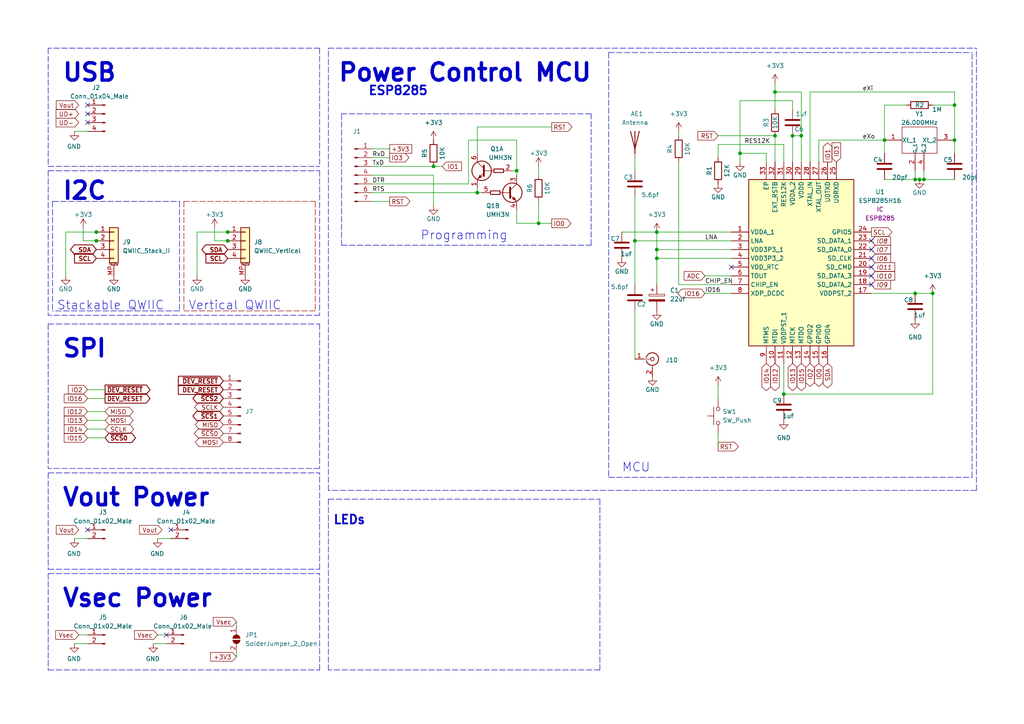
<source format=kicad_sch>
(kicad_sch (version 20211123) (generator eeschema)
  (paper "A4")
  (title_block (title "Controller-8285") (rev "0.2.3") (company "The Nerd Mage") (comment 2 "Massively a WIP!") (comment 4 "NEEDS MUCH CLEANUP TO MATCH OTHERS"))
  (lib_symbols
    (symbol "0-TINKER Customs:ABM8-26.000MHz-20-D1X-T" (pin_names (offset 0.002))
      (property "Reference" "Y2" (at 0 8.255 0))
      (property "Value" "ABM8-26.000MHz-20-D1X-T" (at 0 6.35 0))
      (symbol "ABM8-26.000MHz-20-D1X-T_0_0"
        (pin passive line (at -10.16 0 0) (length 5.08) (name "Xt_1") (number "1"))
        (pin passive line (at -1.27 -8.89 90) (length 5.08) (name "G_1") (number "2"))
        (pin passive line (at 10.16 0 180) (length 5.08) (name "Xt_2") (number "3"))
        (pin passive line (at 1.27 -8.89 90) (length 5.08) (name "G_2") (number "4"))
      )
      (symbol "ABM8-26.000MHz-20-D1X-T_0_1"
        (polyline (pts (xy -5.08 3.81) (xy 5.08 3.81) (xy 5.08 -3.81) (xy -5.08 -3.81) (xy -5.08 3.81)) (stroke (width 0.1524)))
      )
    )
    (symbol "Connector:Conn_01x02_Male" (pin_names (offset 1.016) hide)
      (property "Reference" "J" (at 0 2.54 0))
      (property "Value" "Conn_01x02_Male" (at 0 -5.08 0))
      (symbol "Conn_01x02_Male_1_1"
        (polyline (pts (xy 1.27 -2.54) (xy 0.8636 -2.54)) (stroke (width 0.1524)))
        (polyline (pts (xy 1.27 0) (xy 0.8636 0)) (stroke (width 0.1524)))
        (rectangle (start 0.8636 -2.413) (end 0 -2.667) (stroke (width 0.1524)) (fill (type outline)))
        (rectangle (start 0.8636 0.127) (end 0 -0.127) (stroke (width 0.1524)) (fill (type outline)))
        (pin passive line (at 5.08 0 180) (length 3.81) (name "Pin_1") (number "1"))
        (pin passive line (at 5.08 -2.54 180) (length 3.81) (name "Pin_2") (number "2"))
      )
    )
    (symbol "Connector:Conn_01x04_Male" (pin_names (offset 1.016) hide)
      (property "Reference" "J" (at 0 5.08 0))
      (property "Value" "Conn_01x04_Male" (at 0 -7.62 0))
      (symbol "Conn_01x04_Male_1_1"
        (polyline (pts (xy 1.27 -5.08) (xy 0.8636 -5.08)) (stroke (width 0.1524)))
        (polyline (pts (xy 1.27 -2.54) (xy 0.8636 -2.54)) (stroke (width 0.1524)))
        (polyline (pts (xy 1.27 0) (xy 0.8636 0)) (stroke (width 0.1524)))
        (polyline (pts (xy 1.27 2.54) (xy 0.8636 2.54)) (stroke (width 0.1524)))
        (rectangle (start 0.8636 -4.953) (end 0 -5.207) (stroke (width 0.1524)) (fill (type outline)))
        (rectangle (start 0.8636 -2.413) (end 0 -2.667) (stroke (width 0.1524)) (fill (type outline)))
        (rectangle (start 0.8636 0.127) (end 0 -0.127) (stroke (width 0.1524)) (fill (type outline)))
        (rectangle (start 0.8636 2.667) (end 0 2.413) (stroke (width 0.1524)) (fill (type outline)))
        (pin passive line (at 5.08 2.54 180) (length 3.81) (name "Pin_1") (number "1"))
        (pin passive line (at 5.08 0 180) (length 3.81) (name "Pin_2") (number "2"))
        (pin passive line (at 5.08 -2.54 180) (length 3.81) (name "Pin_3") (number "3"))
        (pin passive line (at 5.08 -5.08 180) (length 3.81) (name "Pin_4") (number "4"))
      )
    )
    (symbol "Connector:Conn_01x07_Male" (pin_names (offset 1.016) hide)
      (property "Reference" "J" (at 0 10.16 0))
      (property "Value" "Conn_01x07_Male" (at 0 -10.16 0))
      (symbol "Conn_01x07_Male_1_1"
        (polyline (pts (xy 1.27 -7.62) (xy 0.8636 -7.62)) (stroke (width 0.1524)))
        (polyline (pts (xy 1.27 -5.08) (xy 0.8636 -5.08)) (stroke (width 0.1524)))
        (polyline (pts (xy 1.27 -2.54) (xy 0.8636 -2.54)) (stroke (width 0.1524)))
        (polyline (pts (xy 1.27 0) (xy 0.8636 0)) (stroke (width 0.1524)))
        (polyline (pts (xy 1.27 2.54) (xy 0.8636 2.54)) (stroke (width 0.1524)))
        (polyline (pts (xy 1.27 5.08) (xy 0.8636 5.08)) (stroke (width 0.1524)))
        (polyline (pts (xy 1.27 7.62) (xy 0.8636 7.62)) (stroke (width 0.1524)))
        (rectangle (start 0.8636 -7.493) (end 0 -7.747) (stroke (width 0.1524)) (fill (type outline)))
        (rectangle (start 0.8636 -4.953) (end 0 -5.207) (stroke (width 0.1524)) (fill (type outline)))
        (rectangle (start 0.8636 -2.413) (end 0 -2.667) (stroke (width 0.1524)) (fill (type outline)))
        (rectangle (start 0.8636 0.127) (end 0 -0.127) (stroke (width 0.1524)) (fill (type outline)))
        (rectangle (start 0.8636 2.667) (end 0 2.413) (stroke (width 0.1524)) (fill (type outline)))
        (rectangle (start 0.8636 5.207) (end 0 4.953) (stroke (width 0.1524)) (fill (type outline)))
        (rectangle (start 0.8636 7.747) (end 0 7.493) (stroke (width 0.1524)) (fill (type outline)))
        (pin passive line (at 5.08 7.62 180) (length 3.81) (name "Pin_1") (number "1"))
        (pin passive line (at 5.08 5.08 180) (length 3.81) (name "Pin_2") (number "2"))
        (pin passive line (at 5.08 2.54 180) (length 3.81) (name "Pin_3") (number "3"))
        (pin passive line (at 5.08 0 180) (length 3.81) (name "Pin_4") (number "4"))
        (pin passive line (at 5.08 -2.54 180) (length 3.81) (name "Pin_5") (number "5"))
        (pin passive line (at 5.08 -5.08 180) (length 3.81) (name "Pin_6") (number "6"))
        (pin passive line (at 5.08 -7.62 180) (length 3.81) (name "Pin_7") (number "7"))
      )
    )
    (symbol "Connector:Conn_01x08_Male" (pin_names (offset 1.016) hide)
      (property "Reference" "J" (at 0 10.16 0))
      (property "Value" "Conn_01x08_Male" (at 0 -12.7 0))
      (symbol "Conn_01x08_Male_1_1"
        (polyline (pts (xy 1.27 -10.16) (xy 0.8636 -10.16)) (stroke (width 0.1524)))
        (polyline (pts (xy 1.27 -7.62) (xy 0.8636 -7.62)) (stroke (width 0.1524)))
        (polyline (pts (xy 1.27 -5.08) (xy 0.8636 -5.08)) (stroke (width 0.1524)))
        (polyline (pts (xy 1.27 -2.54) (xy 0.8636 -2.54)) (stroke (width 0.1524)))
        (polyline (pts (xy 1.27 0) (xy 0.8636 0)) (stroke (width 0.1524)))
        (polyline (pts (xy 1.27 2.54) (xy 0.8636 2.54)) (stroke (width 0.1524)))
        (polyline (pts (xy 1.27 5.08) (xy 0.8636 5.08)) (stroke (width 0.1524)))
        (polyline (pts (xy 1.27 7.62) (xy 0.8636 7.62)) (stroke (width 0.1524)))
        (rectangle (start 0.8636 -10.033) (end 0 -10.287) (stroke (width 0.1524)) (fill (type outline)))
        (rectangle (start 0.8636 -7.493) (end 0 -7.747) (stroke (width 0.1524)) (fill (type outline)))
        (rectangle (start 0.8636 -4.953) (end 0 -5.207) (stroke (width 0.1524)) (fill (type outline)))
        (rectangle (start 0.8636 -2.413) (end 0 -2.667) (stroke (width 0.1524)) (fill (type outline)))
        (rectangle (start 0.8636 0.127) (end 0 -0.127) (stroke (width 0.1524)) (fill (type outline)))
        (rectangle (start 0.8636 2.667) (end 0 2.413) (stroke (width 0.1524)) (fill (type outline)))
        (rectangle (start 0.8636 5.207) (end 0 4.953) (stroke (width 0.1524)) (fill (type outline)))
        (rectangle (start 0.8636 7.747) (end 0 7.493) (stroke (width 0.1524)) (fill (type outline)))
        (pin passive line (at 5.08 7.62 180) (length 3.81) (name "Pin_1") (number "1"))
        (pin passive line (at 5.08 5.08 180) (length 3.81) (name "Pin_2") (number "2"))
        (pin passive line (at 5.08 2.54 180) (length 3.81) (name "Pin_3") (number "3"))
        (pin passive line (at 5.08 0 180) (length 3.81) (name "Pin_4") (number "4"))
        (pin passive line (at 5.08 -2.54 180) (length 3.81) (name "Pin_5") (number "5"))
        (pin passive line (at 5.08 -5.08 180) (length 3.81) (name "Pin_6") (number "6"))
        (pin passive line (at 5.08 -7.62 180) (length 3.81) (name "Pin_7") (number "7"))
        (pin passive line (at 5.08 -10.16 180) (length 3.81) (name "Pin_8") (number "8"))
      )
    )
    (symbol "Connector:Conn_Coaxial" (pin_names (offset 1.016) hide)
      (property "Reference" "J" (at 0.254 3.048 0))
      (property "Value" "Conn_Coaxial" (at 2.921 0 90))
      (symbol "Conn_Coaxial_0_1"
        (arc (start -1.778 -0.508) (mid 0.222 -1.808) (end 1.778 0) (stroke (width 0.254)))
        (polyline (pts (xy -2.54 0) (xy -0.508 0)))
        (polyline (pts (xy 0 -2.54) (xy 0 -1.778)))
        (circle (center 0 0) (radius 0.508) (stroke (width 0.2032)))
        (arc (start 1.778 0) (mid 0.2221 1.8083) (end -1.778 0.508) (stroke (width 0.254)))
      )
      (symbol "Conn_Coaxial_1_1"
        (pin passive line (at -5.08 0 0) (length 2.54) (name "In") (number "1"))
        (pin passive line (at 0 -5.08 90) (length 2.54) (name "Ext") (number "2"))
      )
    )
    (symbol "Connector_Generic_MountingPin:Conn_01x04_MountingPin" (pin_names (offset 1.016) hide)
      (property "Reference" "J" (at 0 5.08 0))
      (property "Value" "Conn_01x04_MountingPin" (at 1.27 -7.62 0))
      (symbol "Conn_01x04_MountingPin_1_1"
        (rectangle (start -1.27 -4.953) (end 0 -5.207) (stroke (width 0.1524)))
        (rectangle (start -1.27 -2.413) (end 0 -2.667) (stroke (width 0.1524)))
        (rectangle (start -1.27 0.127) (end 0 -0.127) (stroke (width 0.1524)))
        (rectangle (start -1.27 2.667) (end 0 2.413) (stroke (width 0.1524)))
        (rectangle (start -1.27 3.81) (end 1.27 -6.35) (stroke (width 0.254)) (fill (type background)))
        (polyline (pts (xy -1.016 -7.112) (xy 1.016 -7.112)) (stroke (width 0.1524)))
        (text "Mounting" (at 0 -6.731 0) (effects (font (size 0.381 0.381))))
        (pin passive line (at -5.08 2.54 0) (length 3.81) (name "Pin_1") (number "1"))
        (pin passive line (at -5.08 0 0) (length 3.81) (name "Pin_2") (number "2"))
        (pin passive line (at -5.08 -2.54 0) (length 3.81) (name "Pin_3") (number "3"))
        (pin passive line (at -5.08 -5.08 0) (length 3.81) (name "Pin_4") (number "4"))
        (pin passive line (at 0 -10.16 90) (length 3.048) (name "MountPin") (number "MP"))
      )
    )
    (symbol "Connector_QWIIC_Stackable:QWIIC_Stackable" (pin_names (offset 1.016) hide)
      (property "Reference" "J" (at 0 5.08 0))
      (property "Value" "QWIIC_Stackable" (at 1.27 -7.62 0))
      (symbol "QWIIC_Stackable_1_1"
        (rectangle (start -1.27 -4.953) (end 0 -5.207) (stroke (width 0.1524)))
        (rectangle (start -1.27 -2.413) (end 0 -2.667) (stroke (width 0.1524)))
        (rectangle (start -1.27 0.127) (end 0 -0.127) (stroke (width 0.1524)))
        (rectangle (start -1.27 2.667) (end 0 2.413) (stroke (width 0.1524)))
        (rectangle (start -1.27 3.81) (end 1.27 -6.35) (stroke (width 0.254)) (fill (type background)))
        (polyline (pts (xy -1.016 -7.112) (xy 1.016 -7.112)) (stroke (width 0.1524)))
        (text "Mounting" (at 0 -6.731 0) (effects (font (size 0.381 0.381))))
        (pin passive line (at -5.08 2.54 0) (length 3.81) (name "Pin_1") (number "1"))
        (pin passive line (at -5.08 0 0) (length 3.81) (name "Pin_2") (number "2"))
        (pin passive line (at -5.08 -2.54 0) (length 3.81) (name "Pin_3") (number "3"))
        (pin passive line (at -5.08 -5.08 0) (length 3.81) (name "Pin_4") (number "4"))
        (pin passive line (at 0 -10.16 90) (length 3.048) (name "MountPin") (number "MP"))
      )
    )
    (symbol "Device:C" (pin_numbers hide) (pin_names (offset 0.254))
      (property "Reference" "C" (at 0.635 2.54 0))
      (property "Value" "C" (at 0.635 -2.54 0))
      (symbol "C_0_1"
        (polyline (pts (xy -2.032 -0.762) (xy 2.032 -0.762)) (stroke (width 0.508)))
        (polyline (pts (xy -2.032 0.762) (xy 2.032 0.762)) (stroke (width 0.508)))
      )
      (symbol "C_1_1"
        (pin passive line (at 0 3.81 270) (length 2.794) (name "~") (number "1"))
        (pin passive line (at 0 -3.81 90) (length 2.794) (name "~") (number "2"))
      )
    )
    (symbol "Device:C_Polarized" (pin_numbers hide) (pin_names (offset 0.254))
      (property "Reference" "C" (at 0.635 2.54 0))
      (property "Value" "C_Polarized" (at 0.635 -2.54 0))
      (symbol "C_Polarized_0_1"
        (rectangle (start -2.286 0.508) (end 2.286 1.016))
        (polyline (pts (xy -1.778 2.286) (xy -0.762 2.286)))
        (polyline (pts (xy -1.27 2.794) (xy -1.27 1.778)))
        (rectangle (start 2.286 -0.508) (end -2.286 -1.016) (fill (type outline)))
      )
      (symbol "C_Polarized_1_1"
        (pin passive line (at 0 3.81 270) (length 2.794) (name "~") (number "1"))
        (pin passive line (at 0 -3.81 90) (length 2.794) (name "~") (number "2"))
      )
    )
    (symbol "Device:R" (pin_numbers hide) (pin_names (offset 0))
      (property "Reference" "R" (at 2.032 0 90))
      (property "Value" "R" (at 0 0 90))
      (symbol "R_0_1"
        (rectangle (start -1.016 -2.54) (end 1.016 2.54) (stroke (width 0.254)))
      )
      (symbol "R_1_1"
        (pin passive line (at 0 3.81 270) (length 1.27) (name "~") (number "1"))
        (pin passive line (at 0 -3.81 90) (length 1.27) (name "~") (number "2"))
      )
    )
    (symbol "ESP8285:ESP8285"
      (property "Value" "ESP8285" (at 0 0 0))
      (property "Reference_1" "IC" (at 36.83 20.32 0))
      (property "Value_1" "ESP8285" (at 36.83 17.78 0))
      (symbol "ESP8285_1_1"
        (rectangle (start 5.08 15.24) (end 35.56 -33.02) (stroke (width 0.254)) (fill (type background)))
        (pin passive line (at 0 0 0) (length 5.08) (name "VDDA_1") (number "1"))
        (pin passive line (at 12.7 -38.1 90) (length 5.08) (name "MTDI") (number "10"))
        (pin passive line (at 15.24 -38.1 90) (length 5.08) (name "VDDPST_1") (number "11"))
        (pin passive line (at 17.78 -38.1 90) (length 5.08) (name "MTCK") (number "12"))
        (pin passive line (at 20.32 -38.1 90) (length 5.08) (name "MTDO") (number "13"))
        (pin passive line (at 22.86 -38.1 90) (length 5.08) (name "GPIO2") (number "14"))
        (pin passive line (at 25.4 -38.1 90) (length 5.08) (name "GPIO0") (number "15"))
        (pin passive line (at 27.94 -38.1 90) (length 5.08) (name "GPIO4") (number "16"))
        (pin passive line (at 40.64 -17.78 180) (length 5.08) (name "VDDPST_2") (number "17"))
        (pin passive line (at 40.64 -15.24 180) (length 5.08) (name "SD_DATA_2") (number "18"))
        (pin passive line (at 40.64 -12.7 180) (length 5.08) (name "SD_DATA_3") (number "19"))
        (pin passive line (at 0 -2.54 0) (length 5.08) (name "LNA") (number "2"))
        (pin passive line (at 40.64 -10.16 180) (length 5.08) (name "SD_CMD") (number "20"))
        (pin passive line (at 40.64 -7.62 180) (length 5.08) (name "SD_CLK") (number "21"))
        (pin passive line (at 40.64 -5.08 180) (length 5.08) (name "SD_DATA_0") (number "22"))
        (pin passive line (at 40.64 -2.54 180) (length 5.08) (name "SD_DATA_1") (number "23"))
        (pin passive line (at 40.64 0 180) (length 5.08) (name "GPIO5") (number "24"))
        (pin passive line (at 30.48 20.32 270) (length 5.08) (name "U0RXD") (number "25"))
        (pin passive line (at 27.94 20.32 270) (length 5.08) (name "U0TXD") (number "26"))
        (pin passive line (at 25.4 20.32 270) (length 5.08) (name "XTAL_OUT") (number "27"))
        (pin passive line (at 22.86 20.32 270) (length 5.08) (name "XTAL_IN") (number "28"))
        (pin passive line (at 20.32 20.32 270) (length 5.08) (name "VDDD") (number "29"))
        (pin passive line (at 0 -5.08 0) (length 5.08) (name "VDD3P3_1") (number "3"))
        (pin passive line (at 17.78 20.32 270) (length 5.08) (name "VDDA_2") (number "30"))
        (pin passive line (at 15.24 20.32 270) (length 5.08) (name "RES12K") (number "31"))
        (pin passive line (at 12.7 20.32 270) (length 5.08) (name "EXT_RSTB") (number "32"))
        (pin passive line (at 10.16 20.32 270) (length 5.08) (name "EP") (number "33"))
        (pin passive line (at 0 -7.62 0) (length 5.08) (name "VDD3P3_2") (number "4"))
        (pin passive line (at 0 -10.16 0) (length 5.08) (name "VDD_RTC") (number "5"))
        (pin passive line (at 0 -12.7 0) (length 5.08) (name "TOUT") (number "6"))
        (pin passive line (at 0 -15.24 0) (length 5.08) (name "CHIP_EN") (number "7"))
        (pin passive line (at 0 -17.78 0) (length 5.08) (name "XDP_DCDC") (number "8"))
        (pin passive line (at 10.16 -38.1 90) (length 5.08) (name "MTMS") (number "9"))
      )
    )
    (symbol "Jumper:SolderJumper_2_Open" (pin_names (offset 0) hide)
      (property "Reference" "JP" (at 0 2.032 0))
      (property "Value" "SolderJumper_2_Open" (at 0 -2.54 0))
      (symbol "SolderJumper_2_Open_0_1"
        (arc (start -0.254 1.016) (mid -1.27 0) (end -0.254 -1.016))
        (arc (start -0.254 1.016) (mid -1.27 0) (end -0.254 -1.016) (fill (type outline)))
        (polyline (pts (xy -0.254 1.016) (xy -0.254 -1.016)))
        (polyline (pts (xy 0.254 1.016) (xy 0.254 -1.016)))
        (arc (start 0.254 -1.016) (mid 1.27 0) (end 0.254 1.016))
        (arc (start 0.254 -1.016) (mid 1.27 0) (end 0.254 1.016) (fill (type outline)))
      )
      (symbol "SolderJumper_2_Open_1_1"
        (pin passive line (at -3.81 0 0) (length 2.54) (name "A") (number "1"))
        (pin passive line (at 3.81 0 180) (length 2.54) (name "B") (number "2"))
      )
    )
    (symbol "Switch:SW_Push" (pin_numbers hide) (pin_names (offset 1.016) hide)
      (property "Reference" "SW" (at 1.27 2.54 0))
      (property "Value" "SW_Push" (at 0 -1.524 0))
      (symbol "SW_Push_0_1"
        (circle (center -2.032 0) (radius 0.508))
        (polyline (pts (xy 0 1.27) (xy 0 3.048)))
        (polyline (pts (xy 2.54 1.27) (xy -2.54 1.27)))
        (circle (center 2.032 0) (radius 0.508))
        (pin passive line (at -5.08 0 0) (length 2.54) (name "1") (number "1"))
        (pin passive line (at 5.08 0 180) (length 2.54) (name "2") (number "2"))
      )
    )
    (symbol "TINKER Customs:Antenna" (pin_numbers hide) (pin_names (offset 1.016) hide)
      (property "Reference" "AE1" (at 2.54 0.6351 0))
      (property "Value" "Antenna" (at 2.54 -1.9049 0))
      (symbol "Antenna_0_1"
        (polyline (pts (xy 0 2.54) (xy 0 -3.81)) (stroke (width 0.254)))
        (polyline (pts (xy 1.27 2.54) (xy 0 -2.54) (xy -1.27 2.54)) (stroke (width 0.254)))
      )
      (symbol "Antenna_1_1"
        (pin input line (at 0 -5.08 90) (length 2.54) (name "A") (number "1"))
      )
    )
    (symbol "Transistor_BJT:UMH3N" (pin_names hide)
      (property "Reference" "Q" (at 7.62 1.27 0))
      (property "Value" "UMH3N" (at 7.62 -1.27 0))
      (symbol "UMH3N_0_1"
        (polyline (pts (xy 3.175 0) (xy 0.254 0)))
        (polyline (pts (xy 3.175 0.635) (xy 5.08 2.54)))
        (polyline (pts (xy 3.175 1.524) (xy 3.175 -1.524)) (stroke (width 0.508)))
        (polyline (pts (xy 3.175 -0.635) (xy 5.08 -2.54) (xy 5.08 -2.54)))
        (polyline (pts (xy 3.81 -1.778) (xy 4.318 -1.27) (xy 4.826 -2.286) (xy 3.81 -1.778) (xy 3.81 -1.778)) (fill (type outline)))
        (rectangle (start 0.254 0.508) (end -2.54 -0.508) (stroke (width 0.254)))
        (circle (center 3.81 0) (radius 2.8194) (stroke (width 0.254)))
      )
      (symbol "UMH3N_1_1"
        (pin passive line (at 5.08 -5.08 90) (length 2.54) (name "E1") (number "1"))
        (pin input line (at -5.08 0 0) (length 2.54) (name "B1") (number "2"))
        (pin passive line (at 5.08 5.08 270) (length 2.54) (name "C1") (number "6"))
      )
      (symbol "UMH3N_2_1"
        (pin passive line (at 5.08 5.08 270) (length 2.54) (name "C2") (number "3"))
        (pin passive line (at 5.08 -5.08 90) (length 2.54) (name "E2") (number "4"))
        (pin input line (at -5.08 0 0) (length 2.54) (name "B2") (number "5"))
      )
    )
    (symbol "power:+3.3V" (power) (pin_names (offset 0))
      (property "Value" "+3.3V" (at 0 3.556 0))
      (symbol "+3.3V_0_1"
        (polyline (pts (xy -0.762 1.27) (xy 0 2.54)))
        (polyline (pts (xy 0 0) (xy 0 2.54)))
        (polyline (pts (xy 0 2.54) (xy 0.762 1.27)))
      )
      (symbol "+3.3V_1_1"
        (pin power_in line (at 0 0 90) (length 0) hide (name "+3V3") (number "1"))
      )
    )
    (symbol "power:GND" (power) (pin_names (offset 0))
      (property "Value" "GND" (at 0 -3.81 0))
      (symbol "GND_0_1"
        (polyline (pts (xy 0 0) (xy 0 -1.27) (xy 1.27 -1.27) (xy 0 -2.54) (xy -1.27 -1.27) (xy 0 -1.27)))
      )
      (symbol "GND_1_1"
        (pin power_in line (at 0 0 270) (length 0) hide (name "GND") (number "1"))
      )
    )
  )
  (junction (at 27.94 69.85))
  (junction (at 190.5 67.31))
  (junction (at 224.79 26.67))
  (junction (at 256.54 40.64))
  (junction (at 224.79 39.37))
  (junction (at 227.33 114.3))
  (junction (at 138.43 55.88))
  (junction (at 149.86 49.53))
  (junction (at 276.86 30.48))
  (junction (at 184.15 69.85))
  (junction (at 66.04 67.31))
  (junction (at 265.43 52.07))
  (junction (at 190.5 72.39))
  (junction (at 229.87 39.37))
  (junction (at 214.63 44.45))
  (junction (at 232.41 39.37))
  (junction (at 266.7 52.07))
  (junction (at 276.86 40.64))
  (junction (at 190.5 74.93))
  (junction (at 27.94 67.31))
  (junction (at 267.97 52.07))
  (junction (at 125.73 48.26))
  (junction (at 66.04 69.85))
  (junction (at 270.51 85.09))
  (junction (at 265.43 85.09))
  (junction (at 156.21 64.77))
  (no_connect (at 252.73 74.93))
  (no_connect (at 252.73 80.01))
  (no_connect (at 25.4 30.48))
  (no_connect (at 252.73 82.55))
  (no_connect (at 252.73 72.39))
  (no_connect (at 48.26 184.15))
  (no_connect (at 25.4 33.02))
  (no_connect (at 252.73 77.47))
  (no_connect (at 49.53 153.67))
  (no_connect (at 25.4 35.56))
  (no_connect (at 212.09 77.47))
  (no_connect (at 25.4 153.67))
  (no_connect (at 252.73 69.85))
  (wire (pts (xy 66.04 69.85) (xy 65.9851 69.8684)))
  (wire (pts (xy 256.54 30.48) (xy 256.54 40.64)))
  (wire (pts (xy 107.95 53.34) (xy 135.89 53.34)))
  (wire (pts (xy 224.79 39.37) (xy 208.28 39.37)))
  (wire (pts (xy 107.95 48.26) (xy 125.73 48.26)))
  (wire (pts (xy 125.73 48.26) (xy 128.27 48.26)))
  (wire (pts (xy 196.85 38.1) (xy 196.85 39.37)))
  (polyline (pts (xy 15.24 58.42) (xy 15.24 90.17)))
  (wire (pts (xy 276.86 40.64) (xy 276.86 44.45)))
  (polyline (pts (xy 92.71 165.1) (xy 92.71 137.16)))
  (wire (pts (xy 27.94 69.85) (xy 24.13 69.85)))
  (wire (pts (xy 222.25 44.45) (xy 214.63 44.45)))
  (polyline (pts (xy 95.25 144.78) (xy 173.99 144.78)))
  (wire (pts (xy 149.86 64.77) (xy 149.86 60.96)))
  (polyline (pts (xy 176.53 138.43) (xy 281.94 138.43)))
  (wire (pts (xy 27.94 69.85) (xy 27.8851 69.8684)))
  (wire (pts (xy 266.7 52.07) (xy 267.97 52.07)))
  (wire (pts (xy 237.49 40.64) (xy 256.54 40.64)))
  (polyline (pts (xy 95.25 144.78) (xy 95.25 194.31)))
  (wire (pts (xy 276.86 30.48) (xy 276.86 40.64)))
  (wire (pts (xy 222.25 46.99) (xy 222.25 44.45)))
  (wire (pts (xy 208.28 125.73) (xy 208.28 129.54)))
  (wire (pts (xy 232.41 26.67) (xy 224.79 26.67)))
  (wire (pts (xy 148.59 49.53) (xy 149.86 49.53)))
  (wire (pts (xy 62.23 69.85) (xy 62.23 66.04)))
  (polyline (pts (xy 13.97 49.53) (xy 13.97 91.44)))
  (wire (pts (xy 138.43 55.88) (xy 139.7 55.88)))
  (wire (pts (xy 156.21 48.26) (xy 156.21 50.8)))
  (wire (pts (xy 184.15 57.15) (xy 184.15 69.85)))
  (wire (pts (xy 252.73 85.09) (xy 265.43 85.09)))
  (wire (pts (xy 107.95 58.42) (xy 113.03 58.42)))
  (wire (pts (xy 27.94 67.31) (xy 19.05 67.31)))
  (polyline (pts (xy 92.71 194.31) (xy 92.71 166.37)))
  (wire (pts (xy 270.51 114.3) (xy 270.51 85.09)))
  (wire (pts (xy 107.95 55.88) (xy 138.43 55.88)))
  (wire (pts (xy 190.5 72.39) (xy 212.09 72.39)))
  (wire (pts (xy 184.15 69.85) (xy 184.15 82.55)))
  (wire (pts (xy 25.4 119.38) (xy 30.48 119.38)))
  (polyline (pts (xy 92.71 91.44) (xy 13.97 91.44)))
  (polyline (pts (xy 13.97 13.97) (xy 13.97 48.26)))
  (polyline (pts (xy 173.99 194.31) (xy 95.25 194.31)))
  (polyline (pts (xy 52.07 90.17) (xy 15.24 90.17)))
  (polyline (pts (xy 13.97 137.16) (xy 92.71 137.16)))
  (wire (pts (xy 184.15 45.72) (xy 184.15 49.53)))
  (polyline (pts (xy 176.53 15.24) (xy 176.53 138.43)))
  (polyline (pts (xy 281.94 138.43) (xy 281.94 15.24)))
  (wire (pts (xy 190.5 72.39) (xy 190.5 74.93)))
  (polyline (pts (xy 53.34 58.42) (xy 53.34 90.17)) (stroke (width 0) (color 155 0 0 1)))
  (wire (pts (xy 138.43 54.61) (xy 138.43 55.88)))
  (wire (pts (xy 25.4 38.1) (xy 21.59 38.1)))
  (wire (pts (xy 24.13 69.85) (xy 24.13 66.04)))
  (wire (pts (xy 204.47 80.01) (xy 212.09 80.01)))
  (polyline (pts (xy 13.97 49.53) (xy 92.71 49.53)))
  (wire (pts (xy 196.85 82.55) (xy 196.85 46.99)))
  (polyline (pts (xy 92.71 135.89) (xy 13.97 135.89)))
  (polyline (pts (xy 171.45 33.02) (xy 99.06 33.02)))
  (wire (pts (xy 229.87 39.37) (xy 229.87 46.99)))
  (polyline (pts (xy 95.25 142.24) (xy 95.25 13.97)))
  (wire (pts (xy 135.89 53.34) (xy 135.89 40.64)))
  (wire (pts (xy 184.15 90.17) (xy 184.15 104.14)))
  (wire (pts (xy 107.95 43.18) (xy 113.03 43.18)))
  (wire (pts (xy 156.21 58.42) (xy 156.21 64.77)))
  (wire (pts (xy 25.4 115.57) (xy 30.48 115.57)))
  (wire (pts (xy 149.86 40.64) (xy 149.86 49.53)))
  (wire (pts (xy 256.54 40.64) (xy 256.54 44.45)))
  (wire (pts (xy 224.79 46.99) (xy 224.79 39.37)))
  (wire (pts (xy 190.5 67.31) (xy 212.09 67.31)))
  (polyline (pts (xy 95.25 13.97) (xy 283.21 13.97)))
  (wire (pts (xy 68.58 180.34) (xy 68.58 181.61)))
  (polyline (pts (xy 283.21 142.24) (xy 95.25 142.24)))
  (polyline (pts (xy 99.06 71.12) (xy 171.45 71.12)))
  (polyline (pts (xy 15.24 58.42) (xy 52.07 58.42)))
  (wire (pts (xy 232.41 46.99) (xy 232.41 39.37)))
  (wire (pts (xy 224.79 26.67) (xy 224.79 24.13)))
  (wire (pts (xy 25.4 156.21) (xy 21.59 156.21)))
  (wire (pts (xy 25.4 124.46) (xy 30.48 124.46)))
  (wire (pts (xy 276.86 26.67) (xy 234.95 26.67)))
  (wire (pts (xy 149.86 49.53) (xy 149.86 50.8)))
  (wire (pts (xy 265.43 52.07) (xy 266.7 52.07)))
  (wire (pts (xy 227.33 114.3) (xy 270.51 114.3)))
  (wire (pts (xy 227.33 105.41) (xy 227.33 114.3)))
  (polyline (pts (xy 53.34 58.42) (xy 91.44 58.42)) (stroke (width 0) (color 155 0 0 1)))
  (polyline (pts (xy 92.71 93.98) (xy 92.71 135.89)))
  (wire (pts (xy 107.95 50.8) (xy 125.73 50.8)))
  (polyline (pts (xy 13.97 48.26) (xy 92.71 48.26)))
  (wire (pts (xy 208.28 41.91) (xy 208.28 45.72)))
  (wire (pts (xy 149.86 64.77) (xy 156.21 64.77)))
  (wire (pts (xy 180.34 67.31) (xy 190.5 67.31)))
  (wire (pts (xy 232.41 39.37) (xy 232.41 26.67)))
  (wire (pts (xy 68.58 189.23) (xy 68.58 190.5)))
  (wire (pts (xy 25.4 113.03) (xy 30.48 113.03)))
  (polyline (pts (xy 13.97 166.37) (xy 92.71 166.37)))
  (polyline (pts (xy 13.97 93.98) (xy 92.71 93.98)))
  (wire (pts (xy 229.87 31.75) (xy 229.87 29.21)))
  (wire (pts (xy 256.54 30.48) (xy 262.89 30.48)))
  (wire (pts (xy 237.49 46.99) (xy 237.49 40.64)))
  (wire (pts (xy 232.41 39.37) (xy 229.87 39.37)))
  (wire (pts (xy 212.09 82.55) (xy 196.85 82.55)))
  (wire (pts (xy 276.86 30.48) (xy 276.86 26.67)))
  (polyline (pts (xy 99.06 33.02) (xy 99.06 71.12)))
  (wire (pts (xy 265.43 85.09) (xy 270.51 85.09)))
  (polyline (pts (xy 91.44 90.17) (xy 53.34 90.17)) (stroke (width 0) (color 155 0 0 1)))
  (wire (pts (xy 25.4 121.92) (xy 30.48 121.92)))
  (wire (pts (xy 224.79 31.75) (xy 224.79 26.67)))
  (wire (pts (xy 267.97 49.53) (xy 267.97 52.07)))
  (wire (pts (xy 212.09 69.85) (xy 184.15 69.85)))
  (wire (pts (xy 214.63 29.21) (xy 214.63 44.45)))
  (wire (pts (xy 214.63 44.45) (xy 214.63 46.99)))
  (wire (pts (xy 45.72 184.15) (xy 48.26 184.15)))
  (wire (pts (xy 66.04 67.31) (xy 65.9851 67.3284)))
  (wire (pts (xy 229.87 29.21) (xy 214.63 29.21)))
  (wire (pts (xy 19.05 67.31) (xy 19.05 80.01)))
  (wire (pts (xy 227.33 41.91) (xy 208.28 41.91)))
  (wire (pts (xy 234.95 26.67) (xy 234.95 46.99)))
  (wire (pts (xy 66.04 67.31) (xy 57.15 67.31)))
  (polyline (pts (xy 92.71 49.53) (xy 92.71 91.44)))
  (wire (pts (xy 227.33 46.99) (xy 227.33 41.91)))
  (wire (pts (xy 190.5 67.31) (xy 190.5 72.39)))
  (wire (pts (xy 66.04 69.85) (xy 62.23 69.85)))
  (wire (pts (xy 190.5 74.93) (xy 212.09 74.93)))
  (wire (pts (xy 204.47 85.09) (xy 212.09 85.09)))
  (wire (pts (xy 190.5 74.93) (xy 190.5 82.55)))
  (polyline (pts (xy 13.97 166.37) (xy 13.97 194.31)))
  (polyline (pts (xy 13.97 137.16) (xy 13.97 165.1)))
  (wire (pts (xy 267.97 52.07) (xy 276.86 52.07)))
  (wire (pts (xy 156.21 64.77) (xy 160.02 64.77)))
  (wire (pts (xy 135.89 40.64) (xy 149.86 40.64)))
  (polyline (pts (xy 173.99 144.78) (xy 173.99 194.31)))
  (polyline (pts (xy 92.71 13.97) (xy 13.97 13.97)))
  (wire (pts (xy 48.26 186.69) (xy 44.45 186.69)))
  (wire (pts (xy 256.54 52.07) (xy 265.43 52.07)))
  (wire (pts (xy 125.73 50.8) (xy 125.73 59.69)))
  (wire (pts (xy 49.53 156.21) (xy 45.72 156.21)))
  (polyline (pts (xy 13.97 93.98) (xy 13.97 135.89)))
  (wire (pts (xy 138.43 36.83) (xy 138.43 44.45)))
  (wire (pts (xy 107.95 45.72) (xy 113.03 45.72)))
  (wire (pts (xy 27.94 67.31) (xy 27.8851 67.3284)))
  (polyline (pts (xy 52.07 58.42) (xy 52.07 90.17)))
  (polyline (pts (xy 92.71 13.97) (xy 92.71 48.26)))
  (polyline (pts (xy 283.21 142.24) (xy 283.21 13.97)))
  (polyline (pts (xy 171.45 71.12) (xy 171.45 33.02)))
  (wire (pts (xy 22.86 184.15) (xy 25.4 184.15)))
  (polyline (pts (xy 176.53 15.24) (xy 281.94 15.24)))
  (wire (pts (xy 25.4 186.69) (xy 21.59 186.69)))
  (wire (pts (xy 270.51 30.48) (xy 276.86 30.48)))
  (wire (pts (xy 265.43 49.53) (xy 265.43 52.07)))
  (wire (pts (xy 57.15 67.31) (xy 57.15 80.01)))
  (polyline (pts (xy 13.97 165.1) (xy 92.71 165.1)))
  (polyline (pts (xy 13.97 194.31) (xy 92.71 194.31)))
  (polyline (pts (xy 91.44 58.42) (xy 91.44 90.17)) (stroke (width 0) (color 155 0 0 1)))
  (wire (pts (xy 208.28 111.76) (xy 208.28 115.57)))
  (wire (pts (xy 138.43 36.83) (xy 160.02 36.83)))
  (wire (pts (xy 25.4 127) (xy 30.48 127)))
  (text "I2C" (at 17.78 58.42 0) (effects (font (size 5 5) (thickness 1) bold) (justify left bottom)))
  (text "MCU" (at 180.34 137.16 0) (effects (font (size 2.54 2.54)) (justify left bottom)))
  (text "Vertical QWIIC" (at 54.61 90.17 0) (effects (font (size 2.54 2.54)) (justify left bottom)))
  (text "Vsec Power" (at 17.78 176.53 0) (effects (font (size 5 5) (thickness 1) bold) (justify left bottom)))
  (text "ESP8285" (at 106.68 27.94 180) (effects (font (size 2.54 2.54) (thickness 0.508) bold) (justify left bottom)))
  (text "Power Control MCU" (at 97.79 24.13 0) (effects (font (size 5 5) (thickness 1) bold) (justify left bottom)))
  (text "USB" (at 17.78 24.13 0) (effects (font (size 5 5) (thickness 1) bold) (justify left bottom)))
  (text "SPI" (at 17.78 104.14 0) (effects (font (size 5 5) (thickness 1) bold) (justify left bottom)))
  (text "Programming" (at 121.92 69.85 0) (effects (font (size 2.54 2.54)) (justify left bottom)))
  (text "Vout Power" (at 17.78 147.32 0) (effects (font (size 5 5) (thickness 1) bold) (justify left bottom)))
  (text "Stackable QWIIC" (at 16.51 90.17 0) (effects (font (size 2.54 2.54)) (justify left bottom)))
  (text "LEDs" (at 96.52 152.4 180) (effects (font (size 2.54 2.54) (thickness 0.508) bold) (justify left bottom)))
  (label "RTS" (at 107.95 55.88 0))
  (label "TxD" (at 107.95 48.26 0))
  (label "LNA" (at 204.47 69.85 0))
  (label "eXo" (at 250.19 40.64 0))
  (label "CHIP_EN" (at 204.47 82.55 0))
  (label "eXi" (at 250.19 26.67 0))
  (label "RES12K" (at 215.9 41.91 0))
  (label "RxD" (at 107.95 45.72 0))
  (label "DTR" (at 107.95 53.34 0))
  (label "IO16" (at 204.47 85.09 0))
  (global_label "MISO" (shape bidirectional) (at 30.48 119.38 0) (property "Intersheet References" "${INTERSHEET_REFS}" (effects hide)))
  (global_label "~{SCS}1" (shape bidirectional) (at 64.77 120.65 180) (effects (font (thickness 0.254) bold)) (property "Intersheet References" "${INTERSHEET_REFS}" (effects hide)))
  (global_label "IO6" (shape input) (at 252.73 74.93 0) (effects (font italic)) (property "Intersheet References" "${INTERSHEET_REFS}" (effects hide)))
  (global_label "IO13" (shape bidirectional) (at 229.87 105.41 270) (property "Intersheet References" "${INTERSHEET_REFS}" (effects hide)))
  (global_label "~{SCS}0" (shape bidirectional) (at 64.77 125.73 180) (property "Intersheet References" "${INTERSHEET_REFS}" (effects hide)))
  (global_label "IO16" (shape bidirectional) (at 204.47 85.09 180) (property "Intersheet References" "${INTERSHEET_REFS}" (effects hide)))
  (global_label "DEV_RESET" (shape output) (at 30.48 115.57 0) (effects (font (thickness 0.254) bold)) (property "Intersheet References" "${INTERSHEET_REFS}" (effects hide)))
  (global_label "IO12" (shape input) (at 25.4 119.38 180) (property "Intersheet References" "${INTERSHEET_REFS}" (effects hide)))
  (global_label "IO15" (shape bidirectional) (at 232.41 105.41 270) (property "Intersheet References" "${INTERSHEET_REFS}" (effects hide)))
  (global_label "IO0" (shape bidirectional) (at 237.49 105.41 270) (property "Intersheet References" "${INTERSHEET_REFS}" (effects hide)))
  (global_label "IO2" (shape input) (at 25.4 113.03 180) (property "Intersheet References" "${INTERSHEET_REFS}" (effects hide)))
  (global_label "Vout" (shape input) (at 22.86 30.48 180) (property "Intersheet References" "${INTERSHEET_REFS}" (effects hide)))
  (global_label "IO16" (shape input) (at 25.4 115.57 180) (property "Intersheet References" "${INTERSHEET_REFS}" (effects hide)))
  (global_label "SDA" (shape bidirectional) (at 66.04 72.39 180) (effects (font bold)) (property "Intersheet References" "${INTERSHEET_REFS}" (effects hide)))
  (global_label "IO2" (shape bidirectional) (at 234.95 105.41 270) (property "Intersheet References" "${INTERSHEET_REFS}" (effects hide)))
  (global_label "RST" (shape output) (at 208.28 129.54 0) (property "Intersheet References" "${INTERSHEET_REFS}" (effects hide)))
  (global_label "IO3" (shape input) (at 242.57 46.99 90) (property "Intersheet References" "${INTERSHEET_REFS}" (effects hide)))
  (global_label "MOSI" (shape bidirectional) (at 30.48 121.92 0) (property "Intersheet References" "${INTERSHEET_REFS}" (effects hide)))
  (global_label "RST" (shape output) (at 113.03 58.42 0) (property "Intersheet References" "${INTERSHEET_REFS}" (effects hide)))
  (global_label "Vout" (shape input) (at 22.86 153.67 180) (property "Intersheet References" "${INTERSHEET_REFS}" (effects hide)))
  (global_label "IO12" (shape bidirectional) (at 224.79 105.41 270) (property "Intersheet References" "${INTERSHEET_REFS}" (effects hide)))
  (global_label "~{SCS}0" (shape bidirectional) (at 30.48 127 0) (effects (font (thickness 0.254) bold)) (property "Intersheet References" "${INTERSHEET_REFS}" (effects hide)))
  (global_label "Vsec" (shape input) (at 22.86 184.15 180) (property "Intersheet References" "${INTERSHEET_REFS}" (effects hide)))
  (global_label "IO7" (shape input) (at 252.73 72.39 0) (effects (font italic)) (property "Intersheet References" "${INTERSHEET_REFS}" (effects hide)))
  (global_label "IO15" (shape input) (at 25.4 127 180) (property "Intersheet References" "${INTERSHEET_REFS}" (effects hide)))
  (global_label "UD-" (shape input) (at 22.86 35.56 180) (property "Intersheet References" "${INTERSHEET_REFS}" (effects hide)))
  (global_label "Vout" (shape input) (at 46.99 153.67 180) (property "Intersheet References" "${INTERSHEET_REFS}" (effects hide)))
  (global_label "IO14" (shape input) (at 25.4 124.46 180) (property "Intersheet References" "${INTERSHEET_REFS}" (effects hide)))
  (global_label "+3V3" (shape input) (at 68.58 190.5 180) (property "Intersheet References" "${INTERSHEET_REFS}" (effects hide)))
  (global_label "SDA" (shape bidirectional) (at 240.03 105.41 270) (property "Intersheet References" "${INTERSHEET_REFS}" (effects hide)))
  (global_label "IO1" (shape input) (at 128.27 48.26 0) (property "Intersheet References" "${INTERSHEET_REFS}" (effects hide)))
  (global_label "~{DEV_RESET}" (shape input) (at 64.77 110.49 180) (effects (font (thickness 0.254) bold)) (property "Intersheet References" "${INTERSHEET_REFS}" (effects hide)))
  (global_label "+3V3" (shape passive) (at 113.03 43.18 0) (property "Intersheet References" "${INTERSHEET_REFS}" (effects hide)))
  (global_label "IO8" (shape input) (at 252.73 69.85 0) (effects (font italic)) (property "Intersheet References" "${INTERSHEET_REFS}" (effects hide)))
  (global_label "IO9" (shape input) (at 252.73 82.55 0) (effects (font italic)) (property "Intersheet References" "${INTERSHEET_REFS}" (effects hide)))
  (global_label "IO14" (shape bidirectional) (at 222.25 105.41 270) (property "Intersheet References" "${INTERSHEET_REFS}" (effects hide)))
  (global_label "IO0" (shape output) (at 160.02 64.77 0) (property "Intersheet References" "${INTERSHEET_REFS}" (effects hide)))
  (global_label "ADC" (shape input) (at 204.47 80.01 180) (property "Intersheet References" "${INTERSHEET_REFS}" (effects hide)))
  (global_label "Vsec" (shape input) (at 68.58 180.34 180) (property "Intersheet References" "${INTERSHEET_REFS}" (effects hide)))
  (global_label "SDA" (shape bidirectional) (at 27.94 72.39 180) (effects (font bold)) (property "Intersheet References" "${INTERSHEET_REFS}" (effects hide)))
  (global_label "SCL" (shape input) (at 66.04 74.93 180) (effects (font (thickness 0.254) bold)) (property "Intersheet References" "${INTERSHEET_REFS}" (effects hide)))
  (global_label "IO1" (shape output) (at 240.03 46.99 90) (property "Intersheet References" "${INTERSHEET_REFS}" (effects hide)))
  (global_label "MISO" (shape bidirectional) (at 64.77 123.19 180) (property "Intersheet References" "${INTERSHEET_REFS}" (effects hide)))
  (global_label "SCLK" (shape bidirectional) (at 64.77 118.11 180) (property "Intersheet References" "${INTERSHEET_REFS}" (effects hide)))
  (global_label "SCL" (shape output) (at 252.73 67.31 0) (property "Intersheet References" "${INTERSHEET_REFS}" (effects hide)))
  (global_label "~{DEV_RESET}" (shape output) (at 30.48 113.03 0) (effects (font (thickness 0.254) bold)) (property "Intersheet References" "${INTERSHEET_REFS}" (effects hide)))
  (global_label "DEV_RESET" (shape input) (at 64.77 113.03 180) (effects (font (thickness 0.254) bold)) (property "Intersheet References" "${INTERSHEET_REFS}" (effects hide)))
  (global_label "~{SCS}2" (shape bidirectional) (at 64.77 115.57 180) (effects (font (thickness 0.254) bold)) (property "Intersheet References" "${INTERSHEET_REFS}" (effects hide)))
  (global_label "IO10" (shape input) (at 252.73 80.01 0) (effects (font italic)) (property "Intersheet References" "${INTERSHEET_REFS}" (effects hide)))
  (global_label "IO13" (shape input) (at 25.4 121.92 180) (property "Intersheet References" "${INTERSHEET_REFS}" (effects hide)))
  (global_label "SCL" (shape input) (at 27.94 74.93 180) (effects (font (thickness 0.254) bold)) (property "Intersheet References" "${INTERSHEET_REFS}" (effects hide)))
  (global_label "Vsec" (shape input) (at 45.72 184.15 180) (property "Intersheet References" "${INTERSHEET_REFS}" (effects hide)))
  (global_label "IO11" (shape input) (at 252.73 77.47 0) (effects (font italic)) (property "Intersheet References" "${INTERSHEET_REFS}" (effects hide)))
  (global_label "SCLK" (shape bidirectional) (at 30.48 124.46 0) (property "Intersheet References" "${INTERSHEET_REFS}" (effects hide)))
  (global_label "MOSI" (shape bidirectional) (at 64.77 128.27 180) (property "Intersheet References" "${INTERSHEET_REFS}" (effects hide)))
  (global_label "IO3" (shape output) (at 113.03 45.72 0) (property "Intersheet References" "${INTERSHEET_REFS}" (effects hide)))
  (global_label "RST" (shape input) (at 208.28 39.37 180) (property "Intersheet References" "${INTERSHEET_REFS}" (effects hide)))
  (global_label "UD+" (shape input) (at 22.86 33.02 180) (property "Intersheet References" "${INTERSHEET_REFS}" (effects hide)))
  (global_label "RST" (shape output) (at 160.02 36.83 0) (property "Intersheet References" "${INTERSHEET_REFS}" (effects hide)))
  (symbol (lib_id "Connector:Conn_Coaxial") (at 189.23 104.14 0) (unit 1)
    (property "Reference" "J10" (at 193.04 104.4331 0) (effects (justify left)))
    (property "Value" "Conn_Coaxial" (effects hide))
    (property "Footprint" "Connector_Coaxial:U.FL_Molex_MCRF_73412-0110_Vertical" (effects hide))
    (property "Datasheet" " ~" (effects hide))
    (property "LCSC" "C88373" (effects hide))
  )
  (symbol (lib_id "power:GND") (at 57.15 80.01 0) (unit 1)
    (property "Reference" "#PWR0109" (effects hide))
    (property "Value" "GND" (at 57.15 83.82 0))
  )
  (symbol (lib_id "power:GND") (at 208.28 53.34 0) (unit 1)
    (property "Reference" "#PWR0112" (effects hide))
    (property "Value" "GND" (at 208.28 57.15 0))
  )
  (symbol (lib_id "Transistor_BJT:UMH3N") (at 143.51 49.53 0) (mirror y) (unit 1)
    (property "Reference" "Q1" (at 146.05 43.18 0) (effects (justify left)))
    (property "Value" "UMH3N" (at 148.59 45.72 0) (effects (justify left)))
    (property "Footprint" "Package_TO_SOT_SMD:SOT-363_SC-70-6" (effects hide))
    (property "Datasheet" "http://rohmfs.rohm.com/en/products/databook/datasheet/discrete/transistor/digital/emh3t2r-e.pdf" (effects hide))
    (property "LCSC" "C62892" (effects hide))
  )
  (symbol (lib_id "ESP8285:ESP8285") (at 212.09 67.31 0) (unit 1)
    (property "Reference" "U1" (at 255.27 55.6512 0))
    (property "Value" "ESP8285H16" (at 255.27 58.1912 0))
    (property "Footprint" "Tinker:QFN50P500X500X90-33N-D" (effects hide))
    (property "Reference_1" "IC" (at 255.27 60.7312 0))
    (property "Value_1" "ESP8285" (at 255.27 63.2712 0))
    (property "Footprint_1" "QFN50P500X500X90-33N-D" (effects hide))
    (property "Datasheet_1" "http://espressif.com/sites/default/files/documentation/0a-esp8285_datasheet_en.pdf" (effects hide))
    (property "Height" "0.9" (effects hide))
    (property "Manufacturer_Name" "Espressif Systems" (effects hide))
    (property "Manufacturer_Part_Number" "ESP8285" (effects hide))
    (property "LCSC" "C967019" (effects hide))
  )
  (symbol (lib_id "power:+3.3V") (at 190.5 67.31 0) (unit 1)
    (property "Reference" "#PWR0107" (effects hide))
    (property "Value" "+3.3V" (at 190.5 62.23 0))
  )
  (symbol (lib_id "Device:C") (at 276.86 48.26 180) (unit 1)
    (property "Reference" "C5" (at 274.955 46.355 0))
    (property "Value" "20pf" (at 281.305 51.435 0))
    (property "Footprint" "Capacitor_SMD:C_0603_1608Metric" (effects hide))
    (property "LCSC" "C325469" (effects hide))
  )
  (symbol (lib_id "Device:C") (at 256.54 48.26 180) (unit 1)
    (property "Reference" "C4" (at 254.635 46.355 0))
    (property "Value" "20pf" (at 260.985 51.435 0))
    (property "Footprint" "Capacitor_SMD:C_0603_1608Metric" (effects hide))
    (property "LCSC" "C325469" (effects hide))
  )
  (symbol (lib_id "Connector:Conn_01x02_Male") (at 30.48 153.67 0) (mirror y) (unit 1) (in_bom no)
    (property "Reference" "J3" (at 29.845 148.59 0))
    (property "Value" "Conn_01x02_Male" (at 29.845 151.13 0))
    (property "Footprint" "Tinker:Board_Stacker_2" (effects hide))
  )
  (symbol (lib_id "Device:R") (at 224.79 35.56 180) (unit 1)
    (property "Reference" "R3" (at 222.25 35.56 90))
    (property "Value" "10K" (at 224.79 35.56 90))
    (property "Footprint" "Resistor_SMD:R_0603_1608Metric" (effects hide))
    (property "LCSC" "C25804" (effects hide))
  )
  (symbol (lib_id "power:GND") (at 125.73 59.69 0) (unit 1)
    (property "Reference" "#PWR0118" (effects hide))
    (property "Value" "GND" (at 125.73 63.5 0))
  )
  (symbol (lib_id "Device:C") (at 180.34 71.12 180) (unit 1)
    (property "Reference" "C7" (at 178.435 69.215 0))
    (property "Value" "1uf" (at 181.61 73.66 0))
    (property "Footprint" "Capacitor_SMD:C_0603_1608Metric" (effects hide))
    (property "LCSC" "C559769" (effects hide))
  )
  (symbol (lib_id "power:GND") (at 21.59 38.1 0) (mirror y) (unit 1)
    (property "Reference" "#PWR0106" (effects hide))
    (property "Value" "GND" (at 21.463 42.4942 0))
  )
  (symbol (lib_id "Connector_Generic_MountingPin:Conn_01x04_MountingPin") (at 71.12 69.85 0) (unit 1) (in_bom no) (on_board no)
    (property "Reference" "J8" (at 73.66 70.2055 0) (effects (justify left)))
    (property "Value" "QWIIC_Vertical" (at 73.66 72.7455 0) (effects (justify left)))
    (property "Footprint" "Tinker:QWIIC_Vertical" (effects hide))
    (property "LCSC" "C145961" (effects hide))
  )
  (symbol (lib_id "power:GND") (at 189.23 109.22 0) (unit 1)
    (property "Reference" "#PWR0108" (effects hide))
    (property "Value" "GND" (at 189.23 113.03 0))
  )
  (symbol (lib_id "power:GND") (at 180.34 74.93 0) (unit 1)
    (property "Reference" "#PWR0126" (effects hide))
    (property "Value" "GND" (at 180.34 78.74 0))
  )
  (symbol (lib_id "Switch:SW_Push") (at 208.28 120.65 90) (unit 1)
    (property "Reference" "SW1" (at 209.55 119.3799 90) (effects (justify right)))
    (property "Value" "SW_Push" (at 209.55 121.9199 90) (effects (justify right)))
    (property "Footprint" "Tinker:SW_Push_TS273014TP" (effects hide))
    (property "LCSC" "C2858276" (effects hide))
  )
  (symbol (lib_id "Connector:Conn_01x08_Male") (at 69.85 118.11 0) (mirror y) (unit 1)
    (property "Reference" "J7" (at 71.12 119.3799 0) (effects (justify right)))
    (property "Value" "Conn_01x08_Male" (effects hide))
    (property "Footprint" "Tinker:PinHeader_2x04_P1.27mm_Vertical" (effects hide))
    (property "LCSC" "C2881786 + C2684732" (effects hide))
  )
  (symbol (lib_id "Device:C") (at 265.43 88.9 180) (unit 1)
    (property "Reference" "C8" (at 263.525 86.995 0))
    (property "Value" "1uf" (at 266.7 91.44 0))
    (property "Footprint" "Capacitor_SMD:C_0603_1608Metric" (effects hide))
    (property "LCSC" "C559769" (effects hide))
  )
  (symbol (lib_id "power:GND") (at 266.7 52.07 0) (unit 1)
    (property "Reference" "#PWR0114" (effects hide))
    (property "Value" "GND" (at 266.7 55.88 0))
  )
  (symbol (lib_id "Device:C_Polarized") (at 190.5 86.36 0) (unit 1)
    (property "Reference" "C1" (at 194.31 84.2009 0) (effects (justify left)))
    (property "Value" "22uf" (at 194.31 86.7409 0) (effects (justify left)))
    (property "Footprint" "Tinker:CP_EIA-6032-28-Tantalumm_HandSolder" (effects hide))
    (property "Datasheet" "http://datasheets.avx.com/TAJ.pdf" (effects hide))
    (property "P/N" "TAJB226M010RNJ" (effects hide))
    (property "LCSC" "C89246" (effects hide))
  )
  (symbol (lib_id "Device:R") (at 196.85 43.18 180) (unit 1)
    (property "Reference" "R4" (at 194.31 43.18 90))
    (property "Value" "10K" (at 199.39 43.18 90))
    (property "Footprint" "Resistor_SMD:R_0603_1608Metric" (effects hide))
    (property "LCSC" "C25804" (effects hide))
  )
  (symbol (lib_id "Transistor_BJT:UMH3N") (at 144.78 55.88 0) (unit 2)
    (property "Reference" "Q1" (at 140.97 59.69 0) (effects (justify left)))
    (property "Value" "UMH3N" (at 140.97 62.23 0) (effects (justify left)))
    (property "Footprint" "Package_TO_SOT_SMD:SOT-363_SC-70-6" (effects hide))
    (property "Datasheet" "http://rohmfs.rohm.com/en/products/databook/datasheet/discrete/transistor/digital/emh3t2r-e.pdf" (effects hide))
    (property "LCSC" "C62892" (effects hide))
  )
  (symbol (lib_id "power:GND") (at 71.12 80.01 0) (unit 1)
    (property "Reference" "#PWR0110" (effects hide))
    (property "Value" "GND" (at 71.12 83.82 0))
  )
  (symbol (lib_id "power:GND") (at 21.59 156.21 0) (mirror y) (unit 1)
    (property "Reference" "#PWR0104" (effects hide))
    (property "Value" "GND" (at 21.463 160.6042 0))
  )
  (symbol (lib_id "Device:C") (at 184.15 86.36 0) (unit 1)
    (property "Reference" "C2" (at 186.055 88.265 0))
    (property "Value" "5.6pf" (at 179.705 83.185 0))
    (property "Footprint" "Capacitor_SMD:C_0603_1608Metric" (effects hide))
    (property "LCSC" "C162238" (effects hide))
  )
  (symbol (lib_id "power:GND") (at 265.43 92.71 0) (unit 1)
    (property "Reference" "#PWR0105" (effects hide))
    (property "Value" "GND" (at 265.43 97.79 0))
  )
  (symbol (lib_id "power:GND") (at 190.5 90.17 0) (unit 1)
    (property "Reference" "#PWR0119" (effects hide))
    (property "Value" "GND" (at 190.5 93.98 0))
  )
  (symbol (lib_id "Device:R") (at 208.28 49.53 180) (unit 1)
    (property "Reference" "R1" (at 205.74 49.53 90))
    (property "Value" "12K" (at 210.82 49.53 90))
    (property "Footprint" "Resistor_SMD:R_0603_1608Metric" (effects hide))
    (property "LCSC" "C22790" (effects hide))
  )
  (symbol (lib_id "power:+3.3V") (at 156.21 48.26 0) (unit 1)
    (property "Reference" "#PWR0116" (effects hide))
    (property "Value" "+3.3V" (at 156.21 44.45 0))
  )
  (symbol (lib_id "power:+3.3V") (at 24.13 66.04 0) (unit 1)
    (property "Reference" "#PWR0115" (effects hide))
    (property "Value" "+3.3V" (at 24.13 62.23 0))
  )
  (symbol (lib_id "power:GND") (at 44.45 186.69 0) (mirror y) (unit 1)
    (property "Reference" "#PWR0101" (effects hide))
    (property "Value" "GND" (at 44.323 191.0842 0))
  )
  (symbol (lib_id "power:GND") (at 45.72 156.21 0) (mirror y) (unit 1)
    (property "Reference" "#PWR0121" (effects hide))
    (property "Value" "GND" (at 45.593 160.6042 0))
  )
  (symbol (lib_id "power:+3.3V") (at 224.79 24.13 0) (unit 1)
    (property "Reference" "#PWR0111" (effects hide))
    (property "Value" "+3.3V" (at 224.79 19.05 0))
  )
  (symbol (lib_id "Device:R") (at 266.7 30.48 90) (unit 1)
    (property "Reference" "R2" (at 266.7 30.48 90))
    (property "Value" "1M" (at 271.78 31.75 90))
    (property "Footprint" "Resistor_SMD:R_0603_1608Metric" (effects hide))
    (property "LCSC" "C22935" (effects hide))
  )
  (symbol (lib_id "power:GND") (at 21.59 186.69 0) (mirror y) (unit 1)
    (property "Reference" "#PWR0120" (effects hide))
    (property "Value" "GND" (at 21.463 191.0842 0))
  )
  (symbol (lib_id "power:+3.3V") (at 196.85 38.1 0) (unit 1)
    (property "Reference" "#PWR0103" (effects hide))
    (property "Value" "+3.3V" (at 196.85 33.02 0))
  )
  (symbol (lib_id "power:GND") (at 227.33 121.92 0) (unit 1)
    (property "Reference" "#PWR0127" (effects hide))
    (property "Value" "GND" (at 227.33 127 0))
  )
  (symbol (lib_id "Device:R") (at 125.73 44.45 180) (unit 1)
    (property "Reference" "R5" (at 123.19 44.45 90))
    (property "Value" "10K" (at 128.27 44.45 90))
    (property "Footprint" "Resistor_SMD:R_0603_1608Metric" (effects hide))
    (property "LCSC" "C25804" (effects hide))
  )
  (symbol (lib_id "Jumper:SolderJumper_2_Open") (at 68.58 185.42 270) (unit 1) (in_bom no)
    (property "Reference" "JP1" (at 71.12 184.1499 90) (effects (justify left)))
    (property "Value" "SolderJumper_2_Open" (at 71.12 186.6899 90) (effects (justify left)))
    (property "Footprint" "Tinker:SolderJumper-2_P_Open_Rounded_skinny" (effects hide))
  )
  (symbol (lib_id "Device:R") (at 156.21 54.61 180) (unit 1)
    (property "Reference" "R6" (at 153.67 54.61 90))
    (property "Value" "10K" (at 158.75 54.61 90))
    (property "Footprint" "Resistor_SMD:R_0603_1608Metric" (effects hide))
    (property "LCSC" "C25804" (effects hide))
  )
  (symbol (lib_id "Connector_QWIIC_Stackable:QWIIC_Stackable") (at 33.02 69.85 0) (unit 1)
    (property "Reference" "J9" (at 35.56 70.2055 0) (effects (justify left)))
    (property "Value" "QWIIC_Stack_II" (at 35.56 72.7455 0) (effects (justify left)))
    (property "Footprint" "Tinker:QWIIC_Stack_II" (effects hide))
    (property "LCSC" "C145956, C2881513, C2938401" (effects hide))
  )
  (symbol (lib_id "Connector:Conn_01x02_Male") (at 53.34 184.15 0) (mirror y) (unit 1) (in_bom no)
    (property "Reference" "J6" (at 52.07 179.07 0) (effects (justify right)))
    (property "Value" "Conn_01x02_Male" (at 44.45 181.61 0) (effects (justify right)))
    (property "Footprint" "Tinker:Board_Stacker_2" (effects hide))
  )
  (symbol (lib_id "power:+3.3V") (at 208.28 111.76 0) (unit 1)
    (property "Reference" "#PWR0125" (effects hide))
    (property "Value" "+3.3V" (at 208.28 106.68 0))
  )
  (symbol (lib_id "Connector:Conn_01x04_Male") (at 30.48 33.02 0) (mirror y) (unit 1) (in_bom no)
    (property "Reference" "J2" (at 26.67 25.4 0) (effects (justify right)))
    (property "Value" "Conn_01x04_Male" (at 20.32 27.94 0) (effects (justify right)))
    (property "Footprint" "Tinker:Board_Stacker_4" (effects hide))
  )
  (symbol (lib_id "power:+3.3V") (at 270.51 85.09 0) (unit 1)
    (property "Reference" "#PWR0102" (effects hide))
    (property "Value" "+3.3V" (at 270.51 80.01 0))
  )
  (symbol (lib_id "power:+3.3V") (at 125.73 40.64 0) (unit 1)
    (property "Reference" "#PWR0117" (effects hide))
    (property "Value" "+3.3V" (at 125.73 35.56 0))
  )
  (symbol (lib_id "Device:C") (at 229.87 35.56 0) (unit 1)
    (property "Reference" "C6" (at 231.775 37.465 0))
    (property "Value" "1uf" (at 232.41 33.02 0))
    (property "Footprint" "Capacitor_SMD:C_0603_1608Metric" (effects hide))
    (property "LCSC" "C559769" (effects hide))
  )
  (symbol (lib_id "power:GND") (at 33.02 80.01 0) (unit 1)
    (property "Reference" "#PWR0123" (effects hide))
    (property "Value" "GND" (at 33.02 83.82 0))
  )
  (symbol (lib_id "power:+3.3V") (at 62.23 66.04 0) (unit 1)
    (property "Reference" "#PWR0113" (effects hide))
    (property "Value" "+3.3V" (at 62.23 62.23 0))
  )
  (symbol (lib_id "power:GND") (at 214.63 46.99 0) (unit 1)
    (property "Reference" "#PWR0122" (effects hide))
    (property "Value" "GND" (at 214.63 50.8 0))
  )
  (symbol (lib_id "Connector:Conn_01x02_Male") (at 54.61 153.67 0) (mirror y) (unit 1) (in_bom no)
    (property "Reference" "J4" (at 53.975 148.59 0))
    (property "Value" "Conn_01x02_Male" (at 53.975 151.13 0))
    (property "Footprint" "Tinker:Board_Stacker_2" (effects hide))
  )
  (symbol (lib_id "0-TINKER Customs:ABM8-26.000MHz-20-D1X-T") (at 266.7 40.64 0) (unit 1)
    (property "Reference" "Y1" (at 266.7 33.02 0))
    (property "Value" "26.000MHz" (at 266.7 35.56 0))
    (property "Footprint" "Tinker:ABM825000MHz10B1UT" (effects hide))
    (property "Datasheet" "https://abracon.com/Resonators/abm8.pdf" (effects hide))
    (property "Description" "CRYSTAL 26.0000MHZ 20PF SMD" (effects hide))
    (property "Height" "0.8" (effects hide))
    (property "LCSC" "C2149083" (effects hide))
  )
  (symbol (lib_id "TINKER Customs:Antenna") (at 184.15 40.64 0) (unit 1) (in_bom no) (on_board no)
    (property "Reference" "AE1" (at 182.88 33.02 0) (effects (justify left)))
    (property "Value" "Antenna" (at 180.34 35.56 0) (effects (justify left)))
    (property "Footprint" "Tinker Customs:Texas_SWRA117D_2.4GHz_Left" (effects hide))
  )
  (symbol (lib_id "power:GND") (at 19.05 80.01 0) (unit 1)
    (property "Reference" "#PWR0124" (effects hide))
    (property "Value" "GND" (at 19.05 83.82 0))
  )
  (symbol (lib_id "Device:C") (at 184.15 53.34 180) (unit 1) (in_bom no) (on_board no)
    (property "Reference" "C3" (at 182.245 51.435 0))
    (property "Value" "5.6pf" (at 188.595 56.515 0))
    (property "Footprint" "Capacitor_SMD:C_0603_1608Metric" (effects hide))
    (property "LCSC" "C162238" (effects hide))
  )
  (symbol (lib_id "Device:C") (at 227.33 118.11 180) (unit 1)
    (property "Reference" "C9" (at 225.425 116.205 0))
    (property "Value" "1uf" (at 228.6 120.65 0))
    (property "Footprint" "Capacitor_SMD:C_0603_1608Metric" (effects hide))
    (property "LCSC" "C559769" (effects hide))
  )
  (symbol (lib_id "Connector:Conn_01x02_Male") (at 30.48 184.15 0) (mirror y) (unit 1) (in_bom no)
    (property "Reference" "J5" (at 29.845 179.07 0))
    (property "Value" "Conn_01x02_Male" (at 29.845 181.61 0))
    (property "Footprint" "Tinker:Board_Stacker_2" (effects hide))
  )
  (symbol (lib_id "Connector:Conn_01x07_Male") (at 102.87 50.8 0) (unit 1) (in_bom no)
    (property "Reference" "J1" (at 103.505 38.1 0))
    (property "Value" "Conn_01x07_Male" (effects hide))
    (property "Footprint" "Tinker:Board_Stacker_7" (effects hide))
    (property "Note" "Footprint only" (effects hide))
  )
)
</source>
